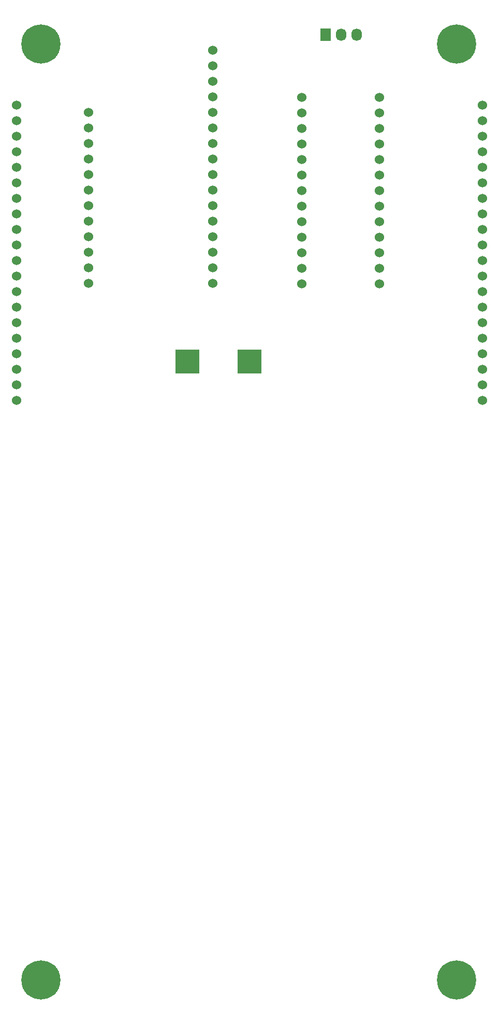
<source format=gbr>
%TF.GenerationSoftware,KiCad,Pcbnew,(6.0.7)*%
%TF.CreationDate,2022-10-02T21:12:28-04:00*%
%TF.ProjectId,Calculator,43616c63-756c-4617-946f-722e6b696361,rev?*%
%TF.SameCoordinates,Original*%
%TF.FileFunction,Soldermask,Bot*%
%TF.FilePolarity,Negative*%
%FSLAX46Y46*%
G04 Gerber Fmt 4.6, Leading zero omitted, Abs format (unit mm)*
G04 Created by KiCad (PCBNEW (6.0.7)) date 2022-10-02 21:12:28*
%MOMM*%
%LPD*%
G01*
G04 APERTURE LIST*
%ADD10C,1.524000*%
%ADD11R,1.730000X2.030000*%
%ADD12O,1.730000X2.030000*%
%ADD13C,0.800000*%
%ADD14C,6.400000*%
%ADD15R,4.000000X4.000000*%
G04 APERTURE END LIST*
D10*
%TO.C,U2*%
X85940000Y-67270000D03*
X85940000Y-64730000D03*
X85940000Y-62190000D03*
X85940000Y-59650000D03*
X85940000Y-57110000D03*
X85940000Y-54570000D03*
X85940000Y-52030000D03*
X85940000Y-49490000D03*
X85940000Y-46950000D03*
X85940000Y-44410000D03*
X85940000Y-41870000D03*
X85940000Y-39330000D03*
X85940000Y-36790000D03*
X85940000Y-34250000D03*
X85940000Y-31710000D03*
X85940000Y-29170000D03*
X65620000Y-67270000D03*
X65620000Y-64730000D03*
X65620000Y-62190000D03*
X65620000Y-59650000D03*
X65620000Y-57110000D03*
X65620000Y-54570000D03*
X65620000Y-52030000D03*
X65620000Y-49490000D03*
X65620000Y-46950000D03*
X65620000Y-44410000D03*
X65620000Y-41870000D03*
X65620000Y-39330000D03*
%TD*%
%TO.C,U1*%
X53870000Y-86350000D03*
X53870000Y-83810000D03*
X53870000Y-81270000D03*
X53870000Y-78730000D03*
X53870000Y-76190000D03*
X53870000Y-73650000D03*
X53870000Y-71110000D03*
X53870000Y-68570000D03*
X53870000Y-66030000D03*
X53870000Y-63490000D03*
X53870000Y-60950000D03*
X53870000Y-58410000D03*
X53870000Y-55870000D03*
X53870000Y-53330000D03*
X53870000Y-50790000D03*
X53870000Y-48250000D03*
X53870000Y-45710000D03*
X53870000Y-43170000D03*
X53870000Y-40630000D03*
X53870000Y-38090000D03*
X130070000Y-86350000D03*
X130070000Y-83810000D03*
X130070000Y-81270000D03*
X130070000Y-78730000D03*
X130070000Y-76190000D03*
X130070000Y-73650000D03*
X130070000Y-71110000D03*
X130070000Y-68570000D03*
X130070000Y-66030000D03*
X130070000Y-63490000D03*
X130070000Y-60950000D03*
X130070000Y-58410000D03*
X130070000Y-55870000D03*
X130070000Y-53330000D03*
X130070000Y-50790000D03*
X130070000Y-48250000D03*
X130070000Y-45710000D03*
X130070000Y-43170000D03*
X130070000Y-40630000D03*
X130070000Y-38090000D03*
%TD*%
D11*
%TO.C,CN1*%
X104450000Y-26625000D03*
D12*
X106990000Y-26625000D03*
X109530000Y-26625000D03*
%TD*%
D13*
%TO.C,H2*%
X128275000Y-28125000D03*
D14*
X125875000Y-28125000D03*
D13*
X124177944Y-29822056D03*
X124177944Y-26427944D03*
X123475000Y-28125000D03*
X127572056Y-26427944D03*
X125875000Y-30525000D03*
X127572056Y-29822056D03*
X125875000Y-25725000D03*
%TD*%
%TO.C,H1*%
X56177944Y-29822056D03*
X55475000Y-28125000D03*
D14*
X57875000Y-28125000D03*
D13*
X57875000Y-25725000D03*
X59572056Y-29822056D03*
X60275000Y-28125000D03*
X56177944Y-26427944D03*
X57875000Y-30525000D03*
X59572056Y-26427944D03*
%TD*%
%TO.C,H4*%
X127572056Y-182822056D03*
X124177944Y-179427944D03*
X127572056Y-179427944D03*
X125875000Y-178725000D03*
X123475000Y-181125000D03*
X125875000Y-183525000D03*
X128275000Y-181125000D03*
X124177944Y-182822056D03*
D14*
X125875000Y-181125000D03*
%TD*%
D13*
%TO.C,H3*%
X56177944Y-179427944D03*
X57875000Y-178725000D03*
X59572056Y-182822056D03*
X56177944Y-182822056D03*
D14*
X57875000Y-181125000D03*
D13*
X59572056Y-179427944D03*
X57875000Y-183525000D03*
X55475000Y-181125000D03*
X60275000Y-181125000D03*
%TD*%
D15*
%TO.C,TP1*%
X92000000Y-80000000D03*
X81800000Y-80040000D03*
%TD*%
D10*
%TO.C,U3*%
X100555000Y-67335000D03*
X100555000Y-64795000D03*
X100555000Y-62255000D03*
X100555000Y-59715000D03*
X100555000Y-57175000D03*
X100555000Y-54635000D03*
X100555000Y-52095000D03*
X100555000Y-49555000D03*
X100555000Y-47015000D03*
X100555000Y-44475000D03*
X100555000Y-41935000D03*
X100555000Y-39395000D03*
X100555000Y-36855000D03*
X113255000Y-67335000D03*
X113255000Y-64795000D03*
X113255000Y-62255000D03*
X113255000Y-59715000D03*
X113255000Y-57175000D03*
X113255000Y-54635000D03*
X113255000Y-52095000D03*
X113255000Y-49555000D03*
X113255000Y-47015000D03*
X113255000Y-44475000D03*
X113255000Y-41935000D03*
X113255000Y-39395000D03*
X113255000Y-36855000D03*
%TD*%
M02*

</source>
